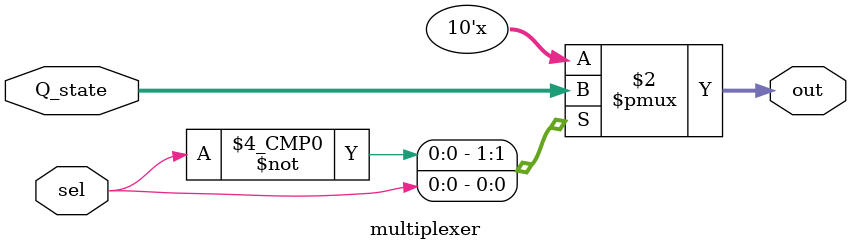
<source format=v>
`timescale 1ns / 1ps

module multiplexer(input [19:0] Q_state, input sel, output reg [9:0] out);
    // Calculate which value should be passed to out based on sel
    
    always @(*) begin
        case(sel)
            1'b0: out = Q_state[19:10];
            1'b1: out = Q_state[9:0];
        endcase
    end
endmodule

</source>
